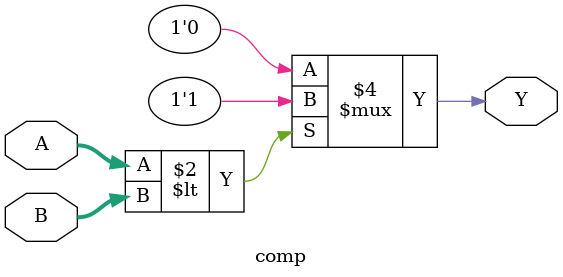
<source format=v>
module comp (
    input [7:0] A,
    input [7:0] B,
    output reg  Y
);
always @(*) begin
    if (A < B) Y = 1'b1;
    else Y = 1'b0;
end
endmodule
</source>
